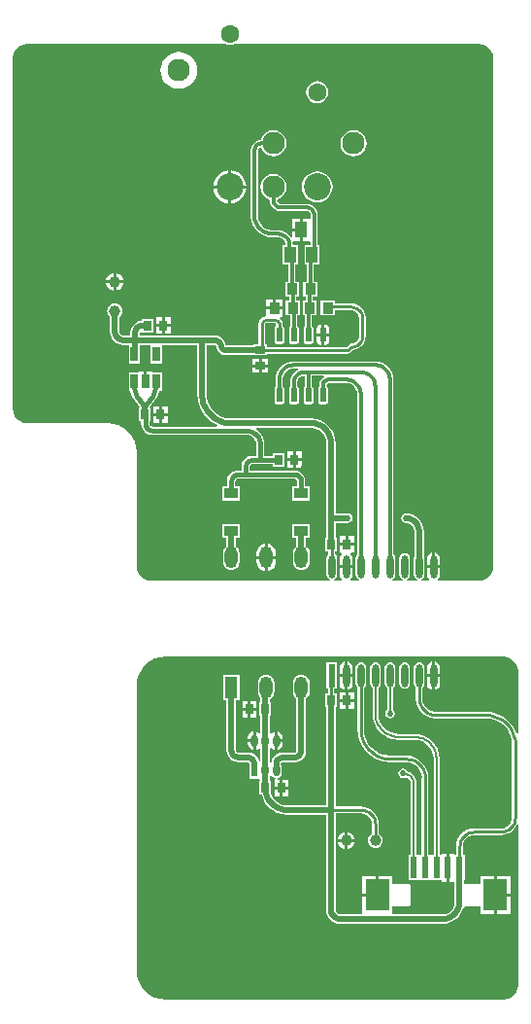
<source format=gtl>
G04*
G04 #@! TF.GenerationSoftware,Altium Limited,CircuitStudio,1.5.2 (30)*
G04*
G04 Layer_Physical_Order=1*
G04 Layer_Color=11767835*
%FSLAX25Y25*%
%MOIN*%
G70*
G01*
G75*
%ADD10C,0.01200*%
%ADD11C,0.01000*%
%ADD12C,0.02000*%
%ADD13C,0.01600*%
%ADD14C,0.00800*%
G04:AMPARAMS|DCode=15|XSize=21.65mil|YSize=49.21mil|CornerRadius=1.95mil|HoleSize=0mil|Usage=FLASHONLY|Rotation=180.000|XOffset=0mil|YOffset=0mil|HoleType=Round|Shape=RoundedRectangle|*
%AMROUNDEDRECTD15*
21,1,0.02165,0.04532,0,0,180.0*
21,1,0.01776,0.04921,0,0,180.0*
1,1,0.00390,-0.00888,0.02266*
1,1,0.00390,0.00888,0.02266*
1,1,0.00390,0.00888,-0.02266*
1,1,0.00390,-0.00888,-0.02266*
%
%ADD15ROUNDEDRECTD15*%
%ADD16R,0.03937X0.05512*%
%ADD17R,0.02362X0.07480*%
%ADD18R,0.08268X0.11024*%
%ADD19C,0.03937*%
%ADD20O,0.04488X0.07480*%
%ADD21R,0.04488X0.07480*%
%ADD22R,0.02362X0.07874*%
%ADD23O,0.02362X0.07874*%
%ADD24R,0.02362X0.04331*%
%ADD25O,0.02362X0.04331*%
%ADD26R,0.02756X0.05118*%
%ADD27R,0.03543X0.03937*%
%ADD28R,0.04803X0.03583*%
%ADD29R,0.03543X0.02756*%
%ADD30R,0.02756X0.03543*%
%ADD31C,0.06300*%
%ADD32C,0.09300*%
%ADD33C,0.07700*%
%ADD34C,0.02050*%
G36*
X208092Y617524D02*
X208521Y617346D01*
X209500Y617218D01*
X210479Y617346D01*
X210906Y617523D01*
X295000Y617500D01*
Y617500D01*
X295043Y617537D01*
X296305Y617371D01*
X297522Y616867D01*
X298566Y616066D01*
X299367Y615022D01*
X299871Y613805D01*
X300043Y612500D01*
X300000Y444500D01*
Y438500D01*
X300000D01*
X300038Y438457D01*
X299871Y437195D01*
X299367Y435978D01*
X298566Y434934D01*
X297522Y434132D01*
X296305Y433629D01*
X295000Y433457D01*
X281058Y433462D01*
X280907Y433962D01*
X281072Y434073D01*
X281555Y434795D01*
X281724Y435646D01*
Y437902D01*
X279500D01*
X277276D01*
Y435646D01*
X277445Y434795D01*
X277927Y434073D01*
X278092Y433963D01*
X277940Y433463D01*
X275227Y433464D01*
X275178Y433964D01*
X275195Y433968D01*
X275784Y434362D01*
X276178Y434951D01*
X276316Y435646D01*
Y441157D01*
X276178Y441852D01*
X276131Y441922D01*
Y450500D01*
X276128Y450518D01*
X276012Y451696D01*
X275663Y452846D01*
X275097Y453905D01*
X274334Y454834D01*
X273405Y455596D01*
X272346Y456163D01*
X271196Y456512D01*
X270272Y456603D01*
X270000Y456657D01*
X269366Y456531D01*
X268828Y456172D01*
X268469Y455634D01*
X268343Y455000D01*
X268469Y454366D01*
X268828Y453828D01*
X269366Y453469D01*
X270000Y453343D01*
X270095Y453362D01*
X270744Y453277D01*
X271437Y452989D01*
X272033Y452533D01*
X272490Y451937D01*
X272777Y451244D01*
X272872Y450518D01*
X272869Y450500D01*
Y441922D01*
X272822Y441852D01*
X272684Y441157D01*
Y435646D01*
X272822Y434951D01*
X273216Y434362D01*
X273805Y433968D01*
X273820Y433965D01*
X273770Y433465D01*
X270236Y433466D01*
X270187Y433966D01*
X270195Y433968D01*
X270784Y434362D01*
X271178Y434951D01*
X271316Y435646D01*
Y441157D01*
X271178Y441852D01*
X270784Y442442D01*
X270195Y442835D01*
X269500Y442974D01*
X268805Y442835D01*
X268216Y442442D01*
X267822Y441852D01*
X267684Y441157D01*
Y435646D01*
X267822Y434951D01*
X268216Y434362D01*
X268805Y433968D01*
X268810Y433967D01*
X268761Y433467D01*
X265246Y433468D01*
X265195Y433968D01*
X265784Y434362D01*
X266178Y434951D01*
X266316Y435646D01*
Y441157D01*
X266178Y441852D01*
X265784Y442442D01*
X265723Y442482D01*
Y502500D01*
X265730D01*
X265610Y503715D01*
X265256Y504884D01*
X264680Y505961D01*
X263905Y506905D01*
X262961Y507680D01*
X261884Y508256D01*
X260715Y508610D01*
X259500Y508730D01*
Y508723D01*
X231500D01*
Y508730D01*
X230285Y508610D01*
X229116Y508256D01*
X228039Y507680D01*
X227095Y506905D01*
X226320Y505961D01*
X225744Y504884D01*
X225390Y503715D01*
X225270Y502500D01*
X225276D01*
Y500163D01*
X225039Y500004D01*
X224864Y499741D01*
X224802Y499431D01*
Y494900D01*
X224864Y494590D01*
X225039Y494326D01*
X225302Y494151D01*
X225612Y494089D01*
X227388D01*
X227698Y494151D01*
X227961Y494326D01*
X228136Y494590D01*
X228198Y494900D01*
Y499431D01*
X228136Y499741D01*
X227961Y500004D01*
X227724Y500163D01*
Y502500D01*
X227720Y502518D01*
X227847Y503479D01*
X228224Y504391D01*
X228825Y505174D01*
X229609Y505776D01*
X230521Y506153D01*
X231482Y506280D01*
X231500Y506277D01*
X232943D01*
X233043Y505777D01*
X232630Y505606D01*
X231648Y504852D01*
X230894Y503870D01*
X230421Y502727D01*
X230259Y501500D01*
X230276D01*
Y500163D01*
X230039Y500004D01*
X229864Y499741D01*
X229802Y499431D01*
Y494900D01*
X229864Y494590D01*
X230039Y494326D01*
X230302Y494151D01*
X230612Y494089D01*
X232388D01*
X232698Y494151D01*
X232961Y494326D01*
X233137Y494590D01*
X233198Y494900D01*
Y499431D01*
X233137Y499741D01*
X232961Y500004D01*
X232723Y500163D01*
Y501500D01*
X232715Y501544D01*
X232880Y502378D01*
X233378Y503122D01*
X234122Y503619D01*
X234776Y503750D01*
X235277Y503444D01*
Y500163D01*
X235039Y500004D01*
X234863Y499741D01*
X234802Y499431D01*
Y494900D01*
X234863Y494590D01*
X235039Y494326D01*
X235302Y494151D01*
X235612Y494089D01*
X237388D01*
X237698Y494151D01*
X237961Y494326D01*
X238137Y494590D01*
X238198Y494900D01*
Y499431D01*
X238137Y499741D01*
X237961Y500004D01*
X237723Y500163D01*
Y503777D01*
X241665D01*
X241865Y503328D01*
X241862Y503276D01*
X241218Y502782D01*
X240705Y502114D01*
X240382Y501335D01*
X240272Y500500D01*
X240272D01*
X240125Y500061D01*
X240039Y500004D01*
X239863Y499741D01*
X239802Y499431D01*
Y494900D01*
X239863Y494590D01*
X240039Y494326D01*
X240302Y494151D01*
X240612Y494089D01*
X242388D01*
X242698Y494151D01*
X242961Y494326D01*
X243137Y494590D01*
X243198Y494900D01*
Y499431D01*
X243137Y499741D01*
X242961Y500004D01*
X242878Y500059D01*
X242735Y500500D01*
X242793Y500793D01*
X242959Y501041D01*
X243207Y501206D01*
X243500Y501265D01*
Y501276D01*
X249500D01*
X249518Y501280D01*
X250479Y501154D01*
X251391Y500776D01*
X252174Y500175D01*
X252776Y499391D01*
X253153Y498479D01*
X253280Y497518D01*
X253276Y497500D01*
Y442482D01*
X253216Y442442D01*
X252822Y441852D01*
X252684Y441157D01*
Y435646D01*
X252822Y434951D01*
X253216Y434362D01*
X253805Y433968D01*
X253732Y433473D01*
X251075Y433474D01*
X250924Y433974D01*
X251073Y434073D01*
X251555Y434795D01*
X251724Y435646D01*
Y437902D01*
X249500D01*
X247276D01*
Y435646D01*
X247445Y434795D01*
X247927Y434073D01*
X248075Y433975D01*
X247923Y433475D01*
X245285Y433476D01*
X245195Y433968D01*
X245784Y434362D01*
X246178Y434951D01*
X246316Y435646D01*
Y441157D01*
X246178Y441852D01*
X245784Y442442D01*
X245621Y442550D01*
Y443628D01*
X246222D01*
Y448372D01*
X245875D01*
Y453369D01*
X249872D01*
X250000Y453343D01*
X250634Y453469D01*
X251172Y453828D01*
X251531Y454366D01*
X251657Y455000D01*
X251531Y455634D01*
X251172Y456172D01*
X250634Y456531D01*
X250000Y456657D01*
X249872Y456631D01*
X245875D01*
Y480756D01*
X245884D01*
X245723Y482392D01*
X245246Y483964D01*
X244471Y485414D01*
X243429Y486685D01*
X242158Y487727D01*
X240709Y488502D01*
X239136Y488979D01*
X237500Y489140D01*
Y489131D01*
X210000D01*
X209927Y489117D01*
X208363Y489271D01*
X206789Y489748D01*
X205339Y490524D01*
X204067Y491567D01*
X203024Y492838D01*
X202248Y494289D01*
X201771Y495863D01*
X201617Y497427D01*
X201631Y497500D01*
Y514369D01*
X204500D01*
X204517Y514372D01*
X204768Y514268D01*
X204872Y514017D01*
X204869Y514000D01*
X204882Y513932D01*
X204980Y513191D01*
X205292Y512437D01*
X205789Y511789D01*
X206437Y511292D01*
X207191Y510980D01*
X207932Y510882D01*
X208000Y510869D01*
X217628D01*
Y510778D01*
X222372D01*
Y511378D01*
X250000D01*
X250000Y511378D01*
X250429Y511464D01*
X250793Y511707D01*
X251768Y512681D01*
X252520Y512781D01*
X253699Y513269D01*
X254711Y514045D01*
X255487Y515057D01*
X255975Y516235D01*
X256142Y517500D01*
X256121D01*
Y523500D01*
X256144D01*
X255969Y524831D01*
X255455Y526072D01*
X254637Y527137D01*
X253572Y527955D01*
X252331Y528469D01*
X251000Y528644D01*
Y528622D01*
X245521D01*
Y529568D01*
X240778D01*
Y524432D01*
X245521D01*
Y526378D01*
X251000D01*
Y526375D01*
X251744Y526277D01*
X252437Y525989D01*
X253033Y525533D01*
X253489Y524937D01*
X253777Y524244D01*
X253875Y523500D01*
X253878D01*
Y517500D01*
X253872D01*
X253783Y516823D01*
X253522Y516192D01*
X253106Y515650D01*
X252564Y515234D01*
X251933Y514973D01*
X251256Y514884D01*
Y514878D01*
X250827Y514792D01*
X250463Y514549D01*
X250463Y514549D01*
X249535Y513622D01*
X222372D01*
Y514734D01*
X221621D01*
Y521500D01*
X221621Y521501D01*
X221732Y521768D01*
X221999Y521879D01*
X222000Y521878D01*
X225000D01*
X225001Y521879D01*
X225268Y521768D01*
X225379Y521501D01*
X225378Y521500D01*
Y520864D01*
X225302Y520849D01*
X225039Y520674D01*
X224864Y520410D01*
X224802Y520100D01*
Y515569D01*
X224864Y515259D01*
X225039Y514996D01*
X225302Y514820D01*
X225612Y514758D01*
X227388D01*
X227698Y514820D01*
X227961Y514996D01*
X228136Y515259D01*
X228198Y515569D01*
Y520100D01*
X228136Y520410D01*
X227961Y520674D01*
X227698Y520849D01*
X227622Y520864D01*
Y521500D01*
X227622D01*
X227533Y522179D01*
X227271Y522811D01*
X226854Y523354D01*
X226624Y523531D01*
X226793Y524031D01*
X227622D01*
Y526500D01*
X224850D01*
X222079D01*
Y524590D01*
X222000Y524122D01*
X221321Y524033D01*
X220689Y523771D01*
X220146Y523354D01*
X219729Y522811D01*
X219467Y522179D01*
X219378Y521500D01*
X219378D01*
Y514734D01*
X217628D01*
Y514131D01*
X208114D01*
X208007Y514940D01*
X207645Y515815D01*
X207067Y516568D01*
X206315Y517145D01*
X205440Y517507D01*
X204504Y517630D01*
X204500Y517631D01*
X178631D01*
Y518450D01*
X178671Y518521D01*
X178784Y518585D01*
X179266Y518628D01*
Y518628D01*
X183222D01*
Y523372D01*
X179266D01*
Y522605D01*
X178430Y522495D01*
X177432Y522081D01*
X176576Y521424D01*
X175919Y520568D01*
X175505Y519570D01*
X175365Y518500D01*
X175369D01*
Y517631D01*
X173000D01*
X172980Y517627D01*
X172473Y517728D01*
X172027Y518027D01*
X171728Y518473D01*
X171627Y518980D01*
X171631Y519000D01*
Y524014D01*
X171832Y524168D01*
X172244Y524705D01*
X172502Y525329D01*
X172591Y526000D01*
X172502Y526671D01*
X172244Y527295D01*
X171832Y527832D01*
X171295Y528244D01*
X170670Y528502D01*
X170000Y528591D01*
X169330Y528502D01*
X168705Y528244D01*
X168168Y527832D01*
X167756Y527295D01*
X167498Y526671D01*
X167409Y526000D01*
X167498Y525329D01*
X167756Y524705D01*
X168168Y524168D01*
X168369Y524014D01*
Y519000D01*
X168360D01*
X168518Y517799D01*
X168982Y516680D01*
X169719Y515719D01*
X170680Y514982D01*
X171799Y514518D01*
X173000Y514360D01*
Y514369D01*
X174782D01*
Y508065D01*
X178738D01*
Y514369D01*
X182262D01*
Y508065D01*
X186218D01*
Y514369D01*
X198369D01*
Y497500D01*
X198364D01*
X198507Y495680D01*
X198934Y493904D01*
X199632Y492217D01*
X200586Y490661D01*
X201772Y489272D01*
X203161Y488086D01*
X204717Y487132D01*
X205212Y486927D01*
X205113Y486427D01*
X183000D01*
Y486429D01*
X182590Y486511D01*
X182243Y486743D01*
X182011Y487090D01*
X181929Y487500D01*
X181927D01*
Y488128D01*
X182222D01*
Y492872D01*
X182222D01*
X181983Y493230D01*
X182053Y493399D01*
X182215Y493610D01*
X182513Y493987D01*
X182513Y493987D01*
X183613Y495274D01*
X184497Y496717D01*
X185145Y498281D01*
X185226Y498617D01*
X186218D01*
Y504935D01*
X182878D01*
Y505335D01*
X181000D01*
Y501776D01*
X180000D01*
Y505335D01*
X178122D01*
Y504935D01*
X174782D01*
Y498617D01*
X175274D01*
X175355Y498281D01*
X176003Y496717D01*
X176887Y495274D01*
X177987Y493987D01*
X177987Y493987D01*
X178285Y493610D01*
X178447Y493399D01*
X178513Y493240D01*
X178266Y492872D01*
X178266D01*
Y488128D01*
X179073D01*
Y487500D01*
X179066D01*
X179200Y486482D01*
X179593Y485533D01*
X180219Y484719D01*
X181033Y484093D01*
X181982Y483700D01*
X183000Y483566D01*
Y483573D01*
X215000D01*
X215024Y483577D01*
X215927Y483459D01*
X216790Y483101D01*
X217532Y482532D01*
X218101Y481790D01*
X218459Y480927D01*
X218577Y480024D01*
X218573Y480000D01*
Y476427D01*
X217000D01*
Y476429D01*
X216112Y476312D01*
X215285Y475970D01*
X214575Y475425D01*
X214030Y474715D01*
X213687Y473888D01*
X213571Y473000D01*
X213573D01*
Y471427D01*
X212500D01*
Y471434D01*
X211482Y471300D01*
X210533Y470907D01*
X209718Y470282D01*
X209093Y469467D01*
X208700Y468518D01*
X208566Y467500D01*
X208573D01*
Y465828D01*
X206998D01*
Y461046D01*
X213002D01*
Y465828D01*
X211427D01*
Y467500D01*
X211429D01*
X211511Y467910D01*
X211743Y468257D01*
X212090Y468489D01*
X212500Y468571D01*
Y468573D01*
X231500D01*
Y468571D01*
X231910Y468489D01*
X232257Y468257D01*
X232489Y467910D01*
X232571Y467500D01*
X232573D01*
Y465828D01*
X230998D01*
Y461046D01*
X237002D01*
Y465828D01*
X235427D01*
Y467500D01*
X235434D01*
X235300Y468518D01*
X234907Y469467D01*
X234281Y470282D01*
X233467Y470907D01*
X232518Y471300D01*
X231500Y471434D01*
Y471427D01*
X216427D01*
Y473000D01*
X216420Y473037D01*
X216579Y473421D01*
X216963Y473580D01*
X217000Y473573D01*
X224266D01*
Y472628D01*
X228222D01*
Y477372D01*
X224266D01*
Y476427D01*
X221427D01*
Y480000D01*
X221431D01*
X221307Y481255D01*
X220941Y482461D01*
X220347Y483573D01*
X219547Y484547D01*
X218573Y485347D01*
X218505Y485384D01*
X218626Y485869D01*
X237500D01*
X237577Y485884D01*
X238830Y485719D01*
X240069Y485206D01*
X241133Y484389D01*
X241950Y483325D01*
X242463Y482086D01*
X242628Y480832D01*
X242613Y480756D01*
Y455000D01*
Y448372D01*
X242266D01*
Y443628D01*
X243378D01*
Y442550D01*
X243216Y442442D01*
X242822Y441852D01*
X242684Y441157D01*
Y435646D01*
X242822Y434951D01*
X243216Y434362D01*
X243805Y433968D01*
X243712Y433476D01*
X182500Y433500D01*
Y433500D01*
X182457Y433462D01*
X181195Y433629D01*
X179978Y434132D01*
X178934Y434934D01*
X178132Y435978D01*
X177629Y437195D01*
X177457Y438500D01*
X177500Y475000D01*
Y477500D01*
X177548D01*
X177355Y479460D01*
X176784Y481345D01*
X175855Y483083D01*
X174605Y484605D01*
X173083Y485855D01*
X171345Y486784D01*
X169460Y487355D01*
X167500Y487548D01*
X140000Y487500D01*
X140000Y487500D01*
Y487500D01*
X139957Y487463D01*
X138695Y487629D01*
X137478Y488132D01*
X136434Y488934D01*
X135633Y489978D01*
X135129Y491195D01*
X134957Y492500D01*
Y492500D01*
X135000Y612500D01*
X135000D01*
X135021Y612991D01*
X135129Y613805D01*
X135633Y615022D01*
X136434Y616066D01*
X137478Y616867D01*
X138695Y617371D01*
X140000Y617543D01*
X140000D01*
X208092Y617524D01*
D02*
G37*
G36*
X187500Y407500D02*
Y407500D01*
X303500Y407543D01*
X304805Y407371D01*
X306022Y406868D01*
X307066Y406066D01*
X307868Y405022D01*
X308371Y403805D01*
X308538Y402543D01*
X308500Y402500D01*
X308500D01*
X308508Y381235D01*
X308009Y381136D01*
X307421Y382555D01*
X306508Y384045D01*
X305373Y385373D01*
X304045Y386508D01*
X302555Y387421D01*
X300941Y388089D01*
X299242Y388497D01*
X297500Y388634D01*
Y388621D01*
X280000D01*
X279973Y388616D01*
X278864Y388762D01*
X277806Y389200D01*
X276898Y389897D01*
X276200Y390806D01*
X275762Y391864D01*
X275616Y392972D01*
X275622Y393000D01*
Y396851D01*
X275784Y396960D01*
X276178Y397549D01*
X276316Y398244D01*
Y403756D01*
X276178Y404451D01*
X275784Y405040D01*
X275195Y405434D01*
X274500Y405572D01*
X273805Y405434D01*
X273216Y405040D01*
X272822Y404451D01*
X272684Y403756D01*
Y398244D01*
X272822Y397549D01*
X273216Y396960D01*
X273378Y396851D01*
Y393000D01*
X273368D01*
X273496Y391706D01*
X273873Y390462D01*
X274486Y389316D01*
X275310Y388311D01*
X276315Y387486D01*
X277462Y386873D01*
X278706Y386495D01*
X280000Y386368D01*
Y386379D01*
X297500D01*
X297548Y386388D01*
X299235Y386222D01*
X300903Y385716D01*
X302441Y384894D01*
X303788Y383788D01*
X304894Y382441D01*
X305716Y380903D01*
X306222Y379235D01*
X306388Y377548D01*
X306379Y377500D01*
Y352500D01*
X306381Y352486D01*
X306251Y351495D01*
X305863Y350558D01*
X305246Y349754D01*
X304442Y349137D01*
X303505Y348749D01*
X302514Y348619D01*
X302500Y348622D01*
X293500D01*
Y348630D01*
X292280Y348510D01*
X291106Y348154D01*
X290024Y347576D01*
X289076Y346798D01*
X288298Y345850D01*
X287720Y344768D01*
X287364Y343595D01*
X287244Y342374D01*
X287252D01*
Y339466D01*
X286618D01*
Y339866D01*
X284937D01*
Y335126D01*
Y330386D01*
X286618D01*
X286743Y329937D01*
Y323374D01*
X286753Y323320D01*
X286615Y322271D01*
X286190Y321244D01*
X285513Y320361D01*
X284630Y319684D01*
X283603Y319259D01*
X282554Y319121D01*
X282500Y319131D01*
X265763D01*
X265358Y319362D01*
X265358Y319631D01*
Y322075D01*
X270854D01*
X271314Y322265D01*
X271504Y322724D01*
Y329024D01*
X271314Y329483D01*
X270854Y329673D01*
X265358D01*
Y332386D01*
X260724D01*
Y325874D01*
X260224D01*
Y325374D01*
X255091D01*
Y319631D01*
X255090Y319362D01*
X254686Y319131D01*
X254686Y319131D01*
X247500D01*
X247468Y319125D01*
X246873Y319243D01*
X246342Y319598D01*
X245987Y320129D01*
X245869Y320724D01*
X245875Y320756D01*
Y353878D01*
X254500D01*
X254514Y353881D01*
X255505Y353751D01*
X256442Y353363D01*
X257246Y352746D01*
X257863Y351942D01*
X258251Y351005D01*
X258381Y350014D01*
X258379Y350000D01*
Y346816D01*
X258205Y346744D01*
X257668Y346332D01*
X257256Y345795D01*
X256998Y345170D01*
X256909Y344500D01*
X256998Y343829D01*
X257256Y343205D01*
X257668Y342668D01*
X258205Y342256D01*
X258829Y341998D01*
X259500Y341909D01*
X260171Y341998D01*
X260795Y342256D01*
X261332Y342668D01*
X261744Y343205D01*
X262002Y343829D01*
X262091Y344500D01*
X262002Y345170D01*
X261744Y345795D01*
X261332Y346332D01*
X260795Y346744D01*
X260622Y346816D01*
Y350000D01*
X260630D01*
X260512Y351196D01*
X260163Y352346D01*
X259596Y353405D01*
X258834Y354334D01*
X257905Y355097D01*
X256846Y355663D01*
X255696Y356012D01*
X254500Y356130D01*
Y356121D01*
X245875D01*
Y390128D01*
X246222D01*
Y394872D01*
X245366D01*
Y396463D01*
X246281D01*
Y405537D01*
X242719D01*
Y396463D01*
X243123D01*
Y394872D01*
X242266D01*
Y390128D01*
X242613D01*
Y356631D01*
X229244D01*
X229212Y356625D01*
X228097Y356735D01*
X226994Y357069D01*
X225978Y357612D01*
X225087Y358343D01*
X224356Y359234D01*
X223813Y360250D01*
X223722Y360551D01*
Y364872D01*
X223372D01*
Y366620D01*
X223828Y366709D01*
X223888Y366693D01*
X224196Y366232D01*
X224785Y365838D01*
X225119Y365772D01*
X225070Y365272D01*
X224878D01*
Y363000D01*
X226756D01*
Y365272D01*
X225891D01*
X225842Y365772D01*
X226175Y365838D01*
X226764Y366232D01*
X227158Y366821D01*
X227296Y367516D01*
Y369484D01*
X227158Y370179D01*
X227112Y370249D01*
Y370980D01*
X227108Y371000D01*
X227217Y371263D01*
X227481Y371373D01*
X227500Y371369D01*
X232000D01*
X232002Y371369D01*
X232944Y371493D01*
X233823Y371857D01*
X234579Y372437D01*
X235158Y373192D01*
X235523Y374072D01*
X235647Y375013D01*
X235647Y375016D01*
Y393171D01*
X236044Y393476D01*
X236500Y394070D01*
X236787Y394761D01*
X236884Y395504D01*
Y398496D01*
X236787Y399238D01*
X236500Y399930D01*
X236044Y400525D01*
X235450Y400980D01*
X234758Y401267D01*
X234016Y401365D01*
X233273Y401267D01*
X232581Y400980D01*
X231987Y400525D01*
X231531Y399930D01*
X231245Y399238D01*
X231147Y398496D01*
Y395504D01*
X231245Y394761D01*
X231531Y394070D01*
X231987Y393476D01*
X232384Y393171D01*
Y375016D01*
X232388Y374997D01*
X232280Y374736D01*
X232019Y374628D01*
X232000Y374631D01*
X227500D01*
X227498Y374631D01*
X226555Y374507D01*
X225675Y374142D01*
X224918Y373562D01*
X224338Y372806D01*
X223973Y371925D01*
X223871Y371151D01*
X223372Y371183D01*
Y376082D01*
X223871Y376234D01*
X223908Y376180D01*
X224629Y375697D01*
X224980Y375628D01*
Y378736D01*
Y381845D01*
X224629Y381775D01*
X223908Y381293D01*
X223871Y381239D01*
X223372Y381390D01*
Y387128D01*
X223734D01*
Y391872D01*
X223372D01*
Y392990D01*
X223442Y393020D01*
X224036Y393476D01*
X224492Y394070D01*
X224779Y394761D01*
X224876Y395504D01*
Y398496D01*
X224779Y399238D01*
X224492Y399930D01*
X224036Y400525D01*
X223442Y400980D01*
X222750Y401267D01*
X222008Y401365D01*
X221265Y401267D01*
X220573Y400980D01*
X219979Y400525D01*
X219524Y399930D01*
X219237Y399238D01*
X219139Y398496D01*
Y395504D01*
X219237Y394761D01*
X219524Y394070D01*
X219979Y393476D01*
X220109Y393376D01*
Y391872D01*
X219778D01*
Y387128D01*
X220109D01*
Y381390D01*
X219609Y381239D01*
X219572Y381293D01*
X218851Y381775D01*
X218500Y381845D01*
Y378736D01*
Y375628D01*
X218851Y375697D01*
X219572Y376180D01*
X219609Y376234D01*
X220109Y376082D01*
Y372083D01*
X219609Y371715D01*
X219534Y371738D01*
X219507Y371940D01*
X219145Y372815D01*
X218567Y373568D01*
X217815Y374145D01*
X216940Y374507D01*
X216004Y374630D01*
X216000Y374631D01*
X212500D01*
Y374633D01*
X212168Y374699D01*
X211887Y374887D01*
X211699Y375168D01*
X211633Y375500D01*
X211631D01*
Y392660D01*
X212844D01*
Y401340D01*
X207156D01*
Y392660D01*
X208369D01*
Y375500D01*
X208365D01*
X208506Y374430D01*
X208919Y373432D01*
X209576Y372576D01*
X210432Y371919D01*
X211430Y371505D01*
X212500Y371365D01*
Y371369D01*
X215762D01*
X216032Y371308D01*
X216219Y370952D01*
Y365735D01*
X219609D01*
X219769Y365735D01*
X220108Y365370D01*
X220081Y364872D01*
X219766D01*
Y360128D01*
X220454D01*
X220796Y359001D01*
X221641Y357420D01*
X222778Y356034D01*
X224164Y354897D01*
X225745Y354052D01*
X227460Y353532D01*
X229244Y353356D01*
Y353369D01*
X242613D01*
Y320756D01*
X242602D01*
X242769Y319488D01*
X243258Y318307D01*
X244037Y317293D01*
X245051Y316514D01*
X246232Y316025D01*
X247500Y315858D01*
Y315869D01*
X282500D01*
Y315864D01*
X283965Y316008D01*
X285374Y316436D01*
X286672Y317129D01*
X287810Y318063D01*
X288744Y319202D01*
X289439Y320500D01*
X289796Y321679D01*
X290146Y322075D01*
X295642D01*
Y319362D01*
X300276D01*
Y325874D01*
Y332386D01*
X295642D01*
Y329673D01*
X290146D01*
X290005Y329767D01*
Y330786D01*
X290155D01*
Y339466D01*
X289496D01*
Y342374D01*
X289492Y342392D01*
X289626Y343412D01*
X290027Y344379D01*
X290664Y345210D01*
X291495Y345847D01*
X292462Y346248D01*
X293482Y346382D01*
X293500Y346378D01*
X302500D01*
Y346371D01*
X303696Y346488D01*
X304846Y346837D01*
X305905Y347404D01*
X306834Y348166D01*
X307596Y349095D01*
X308021Y349889D01*
X308521Y349764D01*
X308543Y295000D01*
X308371Y293695D01*
X307868Y292478D01*
X307066Y291434D01*
X306022Y290633D01*
X304805Y290129D01*
X303543Y289963D01*
X303500Y290000D01*
Y290000D01*
X187500Y289952D01*
X185540Y290145D01*
X183655Y290717D01*
X181917Y291645D01*
X180395Y292895D01*
X179145Y294417D01*
X178217Y296155D01*
X177645Y298040D01*
X177456Y299952D01*
X177500Y300000D01*
X177500D01*
X177452Y397500D01*
X177645Y399460D01*
X178217Y401345D01*
X179145Y403083D01*
X180395Y404605D01*
X181917Y405855D01*
X183655Y406783D01*
X185540Y407355D01*
X187452Y407544D01*
X187500Y407500D01*
D02*
G37*
%LPC*%
G36*
X279000Y400500D02*
X277276D01*
Y398244D01*
X277445Y397393D01*
X277927Y396672D01*
X278649Y396189D01*
X279000Y396120D01*
Y400500D01*
D02*
G37*
G36*
X269500Y405572D02*
X268805Y405434D01*
X268216Y405040D01*
X267822Y404451D01*
X267684Y403756D01*
Y398244D01*
X267822Y397549D01*
X268216Y396960D01*
X268805Y396566D01*
X269500Y396428D01*
X270195Y396566D01*
X270784Y396960D01*
X271178Y397549D01*
X271316Y398244D01*
Y403756D01*
X271178Y404451D01*
X270784Y405040D01*
X270195Y405434D01*
X269500Y405572D01*
D02*
G37*
G36*
X281724Y400500D02*
X280000D01*
Y396120D01*
X280351Y396189D01*
X281072Y396672D01*
X281555Y397393D01*
X281724Y398244D01*
Y400500D01*
D02*
G37*
G36*
X251724D02*
X250000D01*
Y396120D01*
X250351Y396189D01*
X251073Y396672D01*
X251555Y397393D01*
X251724Y398244D01*
Y400500D01*
D02*
G37*
G36*
X249256Y395272D02*
X247378D01*
Y393000D01*
X249256D01*
Y395272D01*
D02*
G37*
G36*
X218622Y392272D02*
X216744D01*
Y390000D01*
X218622D01*
Y392272D01*
D02*
G37*
G36*
X249000Y400500D02*
X247276D01*
Y398244D01*
X247445Y397393D01*
X247927Y396672D01*
X248649Y396189D01*
X249000Y396120D01*
Y400500D01*
D02*
G37*
G36*
X252134Y395272D02*
X250256D01*
Y393000D01*
X252134D01*
Y395272D01*
D02*
G37*
G36*
X249000Y405880D02*
X248649Y405810D01*
X247927Y405328D01*
X247445Y404607D01*
X247276Y403756D01*
Y401500D01*
X249000D01*
Y405880D01*
D02*
G37*
G36*
X237002Y452954D02*
X230998D01*
Y448172D01*
X232384D01*
Y445357D01*
X231987Y445052D01*
X231531Y444458D01*
X231245Y443766D01*
X231147Y443024D01*
Y440031D01*
X231245Y439289D01*
X231531Y438597D01*
X231987Y438003D01*
X232581Y437547D01*
X233273Y437261D01*
X234016Y437163D01*
X234758Y437261D01*
X235450Y437547D01*
X236044Y438003D01*
X236500Y438597D01*
X236787Y439289D01*
X236884Y440031D01*
Y443024D01*
X236787Y443766D01*
X236500Y444458D01*
X236044Y445052D01*
X235647Y445357D01*
Y448172D01*
X237002D01*
Y452954D01*
D02*
G37*
G36*
X213002D02*
X206998D01*
Y448172D01*
X208369D01*
Y445357D01*
X207972Y445052D01*
X207516Y444458D01*
X207229Y443766D01*
X207131Y443024D01*
Y440031D01*
X207229Y439289D01*
X207516Y438597D01*
X207972Y438003D01*
X208566Y437547D01*
X209258Y437261D01*
X210000Y437163D01*
X210742Y437261D01*
X211434Y437547D01*
X212028Y438003D01*
X212484Y438597D01*
X212771Y439289D01*
X212869Y440031D01*
Y443024D01*
X212771Y443766D01*
X212484Y444458D01*
X212028Y445052D01*
X211631Y445357D01*
Y448172D01*
X213002D01*
Y452954D01*
D02*
G37*
G36*
X252134Y445500D02*
X249756D01*
X247378D01*
Y443228D01*
X247773D01*
X247927Y442730D01*
X247445Y442008D01*
X247276Y441157D01*
Y438902D01*
X249500D01*
X251724D01*
Y441157D01*
X251555Y442008D01*
X251073Y442730D01*
X251227Y443228D01*
X252134D01*
Y445500D01*
D02*
G37*
G36*
X280000Y443282D02*
Y438902D01*
X281724D01*
Y441157D01*
X281555Y442008D01*
X281072Y442730D01*
X280351Y443212D01*
X280000Y443282D01*
D02*
G37*
G36*
X279000D02*
X278649Y443212D01*
X277927Y442730D01*
X277445Y442008D01*
X277276Y441157D01*
Y438902D01*
X279000D01*
Y443282D01*
D02*
G37*
G36*
X250000Y405880D02*
Y401500D01*
X251724D01*
Y403756D01*
X251555Y404607D01*
X251073Y405328D01*
X250351Y405810D01*
X250000Y405880D01*
D02*
G37*
G36*
X279000D02*
X278649Y405810D01*
X277927Y405328D01*
X277445Y404607D01*
X277276Y403756D01*
Y401500D01*
X279000D01*
Y405880D01*
D02*
G37*
G36*
X280000D02*
Y401500D01*
X281724D01*
Y403756D01*
X281555Y404607D01*
X281072Y405328D01*
X280351Y405810D01*
X280000Y405880D01*
D02*
G37*
G36*
X225280Y441027D02*
X222508D01*
Y436825D01*
X222855Y436871D01*
X223644Y437198D01*
X224322Y437718D01*
X224842Y438396D01*
X225168Y439185D01*
X225280Y440031D01*
Y441027D01*
D02*
G37*
G36*
X221508D02*
X218736D01*
Y440031D01*
X218847Y439185D01*
X219174Y438396D01*
X219694Y437718D01*
X220372Y437198D01*
X221161Y436871D01*
X221508Y436825D01*
Y441027D01*
D02*
G37*
G36*
X215744Y392272D02*
X213866D01*
Y390000D01*
X215744D01*
Y392272D01*
D02*
G37*
G36*
X249000Y347428D02*
X248725Y347392D01*
X248003Y347093D01*
X247383Y346617D01*
X246907Y345997D01*
X246608Y345275D01*
X246572Y345000D01*
X249000D01*
Y347428D01*
D02*
G37*
G36*
X252428Y344000D02*
X250000D01*
Y341572D01*
X250275Y341608D01*
X250997Y341907D01*
X251617Y342383D01*
X252093Y343003D01*
X252392Y343725D01*
X252428Y344000D01*
D02*
G37*
G36*
X250000Y347428D02*
Y345000D01*
X252428D01*
X252392Y345275D01*
X252093Y345997D01*
X251617Y346617D01*
X250997Y347093D01*
X250275Y347392D01*
X250000Y347428D01*
D02*
G37*
G36*
X229634Y362000D02*
X227756D01*
Y359728D01*
X229634D01*
Y362000D01*
D02*
G37*
G36*
X226756D02*
X224878D01*
Y359728D01*
X226756D01*
Y362000D01*
D02*
G37*
G36*
X259724Y332386D02*
X255091D01*
Y326374D01*
X259724D01*
Y332386D01*
D02*
G37*
G36*
X305909Y325374D02*
X301276D01*
Y319362D01*
X305909D01*
Y325374D01*
D02*
G37*
G36*
Y332386D02*
X301276D01*
Y326374D01*
X305909D01*
Y332386D01*
D02*
G37*
G36*
X249000Y344000D02*
X246572D01*
X246608Y343725D01*
X246907Y343003D01*
X247383Y342383D01*
X248003Y341907D01*
X248725Y341608D01*
X249000Y341572D01*
Y344000D01*
D02*
G37*
G36*
X259500Y405572D02*
X258805Y405434D01*
X258216Y405040D01*
X257822Y404451D01*
X257684Y403756D01*
Y398244D01*
X257822Y397549D01*
X258216Y396960D01*
X258480Y396783D01*
Y388000D01*
X258456D01*
X258630Y386236D01*
X259145Y384539D01*
X259981Y382976D01*
X261105Y381605D01*
X262476Y380481D01*
X264039Y379645D01*
X265736Y379130D01*
X267500Y378956D01*
Y378980D01*
X273000D01*
X273003Y378981D01*
X274264Y378857D01*
X275480Y378488D01*
X276601Y377889D01*
X277583Y377083D01*
X278389Y376101D01*
X278988Y374980D01*
X279357Y373764D01*
X279481Y372503D01*
X279480Y372500D01*
Y339820D01*
X279127Y339466D01*
X278844D01*
X278719Y339466D01*
X278532D01*
X278344D01*
X278219Y339466D01*
X277684D01*
Y365937D01*
X277700D01*
X277552Y367439D01*
X277114Y368884D01*
X276402Y370215D01*
X275445Y371382D01*
X274278Y372339D01*
X272947Y373051D01*
X271502Y373489D01*
X270000Y373637D01*
Y373622D01*
X264500D01*
X264452Y373612D01*
X262765Y373778D01*
X261097Y374284D01*
X259559Y375106D01*
X258212Y376212D01*
X257106Y377559D01*
X256284Y379097D01*
X255778Y380765D01*
X255612Y382452D01*
X255622Y382500D01*
Y396851D01*
X255784Y396960D01*
X256178Y397549D01*
X256316Y398244D01*
Y403756D01*
X256178Y404451D01*
X255784Y405040D01*
X255195Y405434D01*
X254500Y405572D01*
X253805Y405434D01*
X253216Y405040D01*
X252822Y404451D01*
X252684Y403756D01*
Y398244D01*
X252822Y397549D01*
X253216Y396960D01*
X253379Y396851D01*
Y382500D01*
X253366D01*
X253503Y380758D01*
X253911Y379059D01*
X254579Y377445D01*
X255492Y375955D01*
X256627Y374627D01*
X257955Y373492D01*
X259445Y372579D01*
X261059Y371911D01*
X262758Y371503D01*
X264500Y371366D01*
Y371378D01*
X270000D01*
X270055Y371389D01*
X271413Y371211D01*
X272730Y370665D01*
X273861Y369798D01*
X274728Y368667D01*
X275274Y367350D01*
X275452Y365992D01*
X275441Y365937D01*
Y339820D01*
X275088Y339466D01*
X274907D01*
X274782Y339466D01*
X274594D01*
X274407D01*
X274282Y339466D01*
X273646D01*
Y363874D01*
X273666D01*
X273507Y365082D01*
X273041Y366207D01*
X272299Y367173D01*
X271333Y367915D01*
X270426Y368290D01*
X270172Y368672D01*
X269634Y369031D01*
X269000Y369157D01*
X268366Y369031D01*
X267828Y368672D01*
X267469Y368134D01*
X267343Y367500D01*
X267469Y366866D01*
X267828Y366328D01*
X268366Y365969D01*
X269000Y365843D01*
X269634Y365969D01*
X270032Y366235D01*
X270299Y366124D01*
X270837Y365711D01*
X271250Y365173D01*
X271510Y364546D01*
X271598Y363874D01*
X271606D01*
Y339466D01*
X270845D01*
Y330786D01*
X274282D01*
X274407Y330786D01*
X274594D01*
X274782D01*
X274907Y330786D01*
X278219D01*
X278344Y330786D01*
X278532D01*
X278719D01*
X278844Y330786D01*
X282256D01*
Y330386D01*
X283937D01*
Y335126D01*
Y339866D01*
X282256D01*
Y339466D01*
X281520D01*
Y372500D01*
X281541D01*
X281377Y374166D01*
X280891Y375769D01*
X280102Y377245D01*
X279040Y378539D01*
X277745Y379602D01*
X276269Y380391D01*
X274666Y380877D01*
X273000Y381041D01*
Y381020D01*
X267500D01*
X267489Y381017D01*
X266138Y381151D01*
X264827Y381548D01*
X263620Y382193D01*
X262562Y383062D01*
X261693Y384120D01*
X261048Y385328D01*
X260651Y386638D01*
X260517Y387989D01*
X260520Y388000D01*
Y396783D01*
X260784Y396960D01*
X261178Y397549D01*
X261316Y398244D01*
Y403756D01*
X261178Y404451D01*
X260784Y405040D01*
X260195Y405434D01*
X259500Y405572D01*
D02*
G37*
G36*
X215744Y389000D02*
X213866D01*
Y386728D01*
X215744D01*
Y389000D01*
D02*
G37*
G36*
X264500Y405572D02*
X263805Y405434D01*
X263216Y405040D01*
X262822Y404451D01*
X262684Y403756D01*
Y398244D01*
X262822Y397549D01*
X263216Y396960D01*
X263480Y396783D01*
Y389273D01*
X263328Y389172D01*
X262969Y388634D01*
X262843Y388000D01*
X262969Y387366D01*
X263328Y386828D01*
X263866Y386469D01*
X264500Y386343D01*
X265134Y386469D01*
X265672Y386828D01*
X266031Y387366D01*
X266157Y388000D01*
X266031Y388634D01*
X265672Y389172D01*
X265520Y389273D01*
Y396783D01*
X265784Y396960D01*
X266178Y397549D01*
X266316Y398244D01*
Y403756D01*
X266178Y404451D01*
X265784Y405040D01*
X265195Y405434D01*
X264500Y405572D01*
D02*
G37*
G36*
X218622Y389000D02*
X216744D01*
Y386728D01*
X218622D01*
Y389000D01*
D02*
G37*
G36*
X252134Y392000D02*
X250256D01*
Y389728D01*
X252134D01*
Y392000D01*
D02*
G37*
G36*
X249256D02*
X247378D01*
Y389728D01*
X249256D01*
Y392000D01*
D02*
G37*
G36*
X217500Y378236D02*
X215776D01*
Y377752D01*
X215945Y376901D01*
X216427Y376180D01*
X217149Y375697D01*
X217500Y375628D01*
Y378236D01*
D02*
G37*
G36*
X229634Y365272D02*
X227756D01*
Y363000D01*
X229634D01*
Y365272D01*
D02*
G37*
G36*
X227704Y378236D02*
X225980D01*
Y375628D01*
X226331Y375697D01*
X227053Y376180D01*
X227535Y376901D01*
X227704Y377752D01*
Y378236D01*
D02*
G37*
G36*
X225980Y381845D02*
Y379236D01*
X227704D01*
Y379720D01*
X227535Y380572D01*
X227053Y381293D01*
X226331Y381775D01*
X225980Y381845D01*
D02*
G37*
G36*
X217500Y381845D02*
X217149Y381775D01*
X216427Y381293D01*
X215945Y380572D01*
X215776Y379720D01*
Y379236D01*
X217500D01*
Y381845D01*
D02*
G37*
G36*
X169500Y535500D02*
X167072D01*
X167108Y535225D01*
X167407Y534503D01*
X167883Y533883D01*
X168503Y533407D01*
X169225Y533108D01*
X169500Y533072D01*
Y535500D01*
D02*
G37*
G36*
X227622Y529969D02*
X225350D01*
Y527500D01*
X227622D01*
Y529969D01*
D02*
G37*
G36*
X172928Y535500D02*
X170500D01*
Y533072D01*
X170775Y533108D01*
X171497Y533407D01*
X172117Y533883D01*
X172593Y534503D01*
X172892Y535225D01*
X172928Y535500D01*
D02*
G37*
G36*
X170500Y538928D02*
Y536500D01*
X172928D01*
X172892Y536775D01*
X172593Y537497D01*
X172117Y538117D01*
X171497Y538593D01*
X170775Y538892D01*
X170500Y538928D01*
D02*
G37*
G36*
X169500D02*
X169225Y538892D01*
X168503Y538593D01*
X167883Y538117D01*
X167407Y537497D01*
X167108Y536775D01*
X167072Y536500D01*
X169500D01*
Y538928D01*
D02*
G37*
G36*
X242388Y521319D02*
X242000D01*
Y518335D01*
X243606D01*
Y520100D01*
X243513Y520567D01*
X243249Y520962D01*
X242854Y521226D01*
X242388Y521319D01*
D02*
G37*
G36*
X241000D02*
X240612D01*
X240146Y521226D01*
X239751Y520962D01*
X239487Y520567D01*
X239394Y520100D01*
Y518335D01*
X241000D01*
Y521319D01*
D02*
G37*
G36*
X186256Y523772D02*
X184378D01*
Y521500D01*
X186256D01*
Y523772D01*
D02*
G37*
G36*
X224350Y529969D02*
X222079D01*
Y527500D01*
X224350D01*
Y529969D01*
D02*
G37*
G36*
X189134Y523772D02*
X187256D01*
Y521500D01*
X189134D01*
Y523772D01*
D02*
G37*
G36*
X224500Y587988D02*
X223338Y587836D01*
X222256Y587387D01*
X221326Y586674D01*
X220613Y585744D01*
X220176Y584689D01*
X219534Y584605D01*
X218634Y584232D01*
X217861Y583639D01*
X217268Y582866D01*
X216895Y581966D01*
X216768Y581000D01*
X216776D01*
Y558500D01*
X216765D01*
X216904Y557089D01*
X217316Y555731D01*
X217985Y554481D01*
X218884Y553384D01*
X219981Y552485D01*
X221231Y551816D01*
X222588Y551404D01*
X224000Y551265D01*
Y551276D01*
X226000D01*
Y551274D01*
X226718Y551179D01*
X227387Y550902D01*
X227961Y550461D01*
X228402Y549887D01*
X228679Y549218D01*
X228721Y548901D01*
X228391Y548525D01*
X227691D01*
Y541813D01*
X229627D01*
Y536068D01*
X228479D01*
Y530932D01*
X229926D01*
Y529568D01*
X228778D01*
Y524432D01*
X230276D01*
Y520832D01*
X230039Y520674D01*
X229864Y520410D01*
X229802Y520100D01*
Y515569D01*
X229864Y515259D01*
X230039Y514996D01*
X230302Y514820D01*
X230612Y514758D01*
X232388D01*
X232698Y514820D01*
X232961Y514996D01*
X233137Y515259D01*
X233198Y515569D01*
Y520100D01*
X233137Y520410D01*
X232961Y520674D01*
X232723Y520832D01*
Y524432D01*
X233521D01*
Y529568D01*
X232373D01*
Y530932D01*
X233222D01*
Y536068D01*
X232074D01*
Y541813D01*
X232828D01*
Y548525D01*
X231242D01*
X231103Y549575D01*
X231450Y550042D01*
X231517Y550075D01*
X233500D01*
Y553331D01*
X231031D01*
Y551248D01*
X230577Y551131D01*
X230532Y551136D01*
X229709Y552209D01*
X228622Y553042D01*
X227358Y553566D01*
X226000Y553745D01*
Y553723D01*
X224000D01*
X223956Y553715D01*
X222760Y553872D01*
X221604Y554351D01*
X220612Y555112D01*
X219851Y556105D01*
X219372Y557260D01*
X219215Y558456D01*
X219223Y558500D01*
Y581000D01*
X219226D01*
X219322Y581488D01*
X219599Y581901D01*
X219760Y582009D01*
X220360Y581866D01*
X220613Y581256D01*
X221326Y580326D01*
X222256Y579613D01*
X223338Y579165D01*
X224500Y579012D01*
X225662Y579165D01*
X226744Y579613D01*
X227674Y580326D01*
X228387Y581256D01*
X228836Y582338D01*
X228988Y583500D01*
X228836Y584662D01*
X228387Y585744D01*
X227674Y586674D01*
X226744Y587387D01*
X225662Y587836D01*
X224500Y587988D01*
D02*
G37*
G36*
X210000Y574133D02*
Y569000D01*
X215133D01*
X215005Y569975D01*
X214435Y571349D01*
X213530Y572530D01*
X212349Y573435D01*
X210975Y574005D01*
X210000Y574133D01*
D02*
G37*
G36*
X252000Y587988D02*
X250838Y587836D01*
X249756Y587387D01*
X248826Y586674D01*
X248113Y585744D01*
X247664Y584662D01*
X247512Y583500D01*
X247664Y582338D01*
X248113Y581256D01*
X248826Y580326D01*
X249756Y579613D01*
X250838Y579165D01*
X252000Y579012D01*
X253162Y579165D01*
X254244Y579613D01*
X255174Y580326D01*
X255887Y581256D01*
X256335Y582338D01*
X256488Y583500D01*
X256335Y584662D01*
X255887Y585744D01*
X255174Y586674D01*
X254244Y587387D01*
X253162Y587836D01*
X252000Y587988D01*
D02*
G37*
G36*
X192000Y614827D02*
X190766Y614706D01*
X189579Y614346D01*
X188485Y613761D01*
X187526Y612974D01*
X186739Y612015D01*
X186154Y610921D01*
X185794Y609734D01*
X185673Y608500D01*
X185794Y607266D01*
X186154Y606079D01*
X186739Y604985D01*
X187526Y604026D01*
X188485Y603239D01*
X189579Y602654D01*
X190766Y602294D01*
X192000Y602173D01*
X193234Y602294D01*
X194421Y602654D01*
X195515Y603239D01*
X196474Y604026D01*
X197261Y604985D01*
X197846Y606079D01*
X198206Y607266D01*
X198327Y608500D01*
X198206Y609734D01*
X197846Y610921D01*
X197261Y612015D01*
X196474Y612974D01*
X195515Y613761D01*
X194421Y614346D01*
X193234Y614706D01*
X192000Y614827D01*
D02*
G37*
G36*
X239500Y604782D02*
X238521Y604654D01*
X237609Y604276D01*
X236825Y603675D01*
X236224Y602891D01*
X235846Y601979D01*
X235718Y601000D01*
X235846Y600021D01*
X236224Y599109D01*
X236825Y598325D01*
X237609Y597724D01*
X238521Y597346D01*
X239500Y597218D01*
X240479Y597346D01*
X241391Y597724D01*
X242175Y598325D01*
X242776Y599109D01*
X243154Y600021D01*
X243282Y601000D01*
X243154Y601979D01*
X242776Y602891D01*
X242175Y603675D01*
X241391Y604276D01*
X240479Y604654D01*
X239500Y604782D01*
D02*
G37*
G36*
X209000Y568000D02*
X203867D01*
X203995Y567025D01*
X204565Y565651D01*
X205470Y564470D01*
X206651Y563565D01*
X208025Y562995D01*
X209000Y562867D01*
Y568000D01*
D02*
G37*
G36*
X233500Y557587D02*
X231031D01*
Y554331D01*
X233500D01*
Y557587D01*
D02*
G37*
G36*
X215133Y568000D02*
X210000D01*
Y562867D01*
X210975Y562995D01*
X212349Y563565D01*
X213530Y564470D01*
X214435Y565651D01*
X215005Y567025D01*
X215133Y568000D01*
D02*
G37*
G36*
X209000Y574133D02*
X208025Y574005D01*
X206651Y573435D01*
X205470Y572530D01*
X204565Y571349D01*
X203995Y569975D01*
X203867Y569000D01*
X209000D01*
Y574133D01*
D02*
G37*
G36*
X239500Y573795D02*
X238129Y573615D01*
X236852Y573086D01*
X235756Y572244D01*
X234914Y571148D01*
X234385Y569871D01*
X234205Y568500D01*
X234385Y567130D01*
X234914Y565852D01*
X235756Y564756D01*
X236852Y563914D01*
X238129Y563385D01*
X239500Y563205D01*
X240870Y563385D01*
X242148Y563914D01*
X243244Y564756D01*
X244086Y565852D01*
X244615Y567130D01*
X244795Y568500D01*
X244615Y569871D01*
X244086Y571148D01*
X243244Y572244D01*
X242148Y573086D01*
X240870Y573615D01*
X239500Y573795D01*
D02*
G37*
G36*
X189134Y520500D02*
X187256D01*
Y518228D01*
X189134D01*
Y520500D01*
D02*
G37*
G36*
X231256Y477772D02*
X229378D01*
Y475500D01*
X231256D01*
Y477772D01*
D02*
G37*
G36*
X234134Y474500D02*
X232256D01*
Y472228D01*
X234134D01*
Y474500D01*
D02*
G37*
G36*
Y477772D02*
X232256D01*
Y475500D01*
X234134D01*
Y477772D01*
D02*
G37*
G36*
X188134Y490000D02*
X186256D01*
Y487728D01*
X188134D01*
Y490000D01*
D02*
G37*
G36*
X185256D02*
X183378D01*
Y487728D01*
X185256D01*
Y490000D01*
D02*
G37*
G36*
X222508Y446230D02*
Y442028D01*
X225280D01*
Y443024D01*
X225168Y443870D01*
X224842Y444660D01*
X224322Y445337D01*
X223644Y445857D01*
X222855Y446184D01*
X222508Y446230D01*
D02*
G37*
G36*
X221508Y446230D02*
X221161Y446184D01*
X220372Y445857D01*
X219694Y445337D01*
X219174Y444660D01*
X218847Y443870D01*
X218736Y443024D01*
Y442028D01*
X221508D01*
Y446230D01*
D02*
G37*
G36*
X249256Y448772D02*
X247378D01*
Y446500D01*
X249256D01*
Y448772D01*
D02*
G37*
G36*
X231256Y474500D02*
X229378D01*
Y472228D01*
X231256D01*
Y474500D01*
D02*
G37*
G36*
X252134Y448772D02*
X250256D01*
Y446500D01*
X252134D01*
Y448772D01*
D02*
G37*
G36*
X241000Y517335D02*
X239394D01*
Y515569D01*
X239487Y515103D01*
X239751Y514707D01*
X240146Y514443D01*
X240612Y514351D01*
X241000D01*
Y517335D01*
D02*
G37*
G36*
X222772Y509622D02*
X220500D01*
Y507744D01*
X222772D01*
Y509622D01*
D02*
G37*
G36*
X243606Y517335D02*
X242000D01*
Y514351D01*
X242388D01*
X242854Y514443D01*
X243249Y514707D01*
X243513Y515103D01*
X243606Y515569D01*
Y517335D01*
D02*
G37*
G36*
X186256Y520500D02*
X184378D01*
Y518228D01*
X186256D01*
Y520500D01*
D02*
G37*
G36*
X224500Y572988D02*
X223338Y572835D01*
X222256Y572387D01*
X221326Y571674D01*
X220613Y570744D01*
X220164Y569662D01*
X220012Y568500D01*
X220164Y567338D01*
X220613Y566256D01*
X221326Y565326D01*
X222256Y564613D01*
X222906Y564344D01*
X223268Y564012D01*
X223395Y563043D01*
X223769Y562140D01*
X224364Y561365D01*
X225140Y560770D01*
X226043Y560395D01*
X227012Y560268D01*
Y560277D01*
X236000D01*
Y560275D01*
X236488Y560178D01*
X236901Y559901D01*
X237177Y559488D01*
X237275Y559000D01*
X237277D01*
Y557959D01*
X236968Y557587D01*
X236776Y557587D01*
X234500D01*
Y553831D01*
Y550075D01*
X236776D01*
X236968Y550075D01*
X237276Y549703D01*
X237277Y549702D01*
Y548525D01*
X235172D01*
Y541813D01*
X235926D01*
Y536068D01*
X234778D01*
Y530932D01*
X235627D01*
Y529568D01*
X234479D01*
Y524432D01*
X235277D01*
Y520832D01*
X235039Y520674D01*
X234863Y520410D01*
X234802Y520100D01*
Y515569D01*
X234863Y515259D01*
X235039Y514996D01*
X235302Y514820D01*
X235612Y514758D01*
X237388D01*
X237698Y514820D01*
X237961Y514996D01*
X238137Y515259D01*
X238198Y515569D01*
Y520100D01*
X238137Y520410D01*
X237961Y520674D01*
X237723Y520832D01*
Y524432D01*
X239222D01*
Y529568D01*
X238074D01*
Y530932D01*
X239521D01*
Y536068D01*
X238373D01*
Y541813D01*
X240309D01*
Y548525D01*
X239723D01*
Y559000D01*
X239732D01*
X239605Y559966D01*
X239232Y560866D01*
X238639Y561639D01*
X237866Y562232D01*
X236966Y562605D01*
X236000Y562732D01*
Y562723D01*
X227012D01*
Y562725D01*
X226519Y562823D01*
X226102Y563102D01*
X225823Y563519D01*
X225725Y564012D01*
X226089Y564341D01*
X226744Y564613D01*
X227674Y565326D01*
X228387Y566256D01*
X228836Y567338D01*
X228988Y568500D01*
X228836Y569662D01*
X228387Y570744D01*
X227674Y571674D01*
X226744Y572387D01*
X225662Y572835D01*
X224500Y572988D01*
D02*
G37*
G36*
X188134Y493272D02*
X186256D01*
Y491000D01*
X188134D01*
Y493272D01*
D02*
G37*
G36*
X185256D02*
X183378D01*
Y491000D01*
X185256D01*
Y493272D01*
D02*
G37*
G36*
X219500Y506744D02*
X217228D01*
Y504866D01*
X219500D01*
Y506744D01*
D02*
G37*
G36*
Y509622D02*
X217228D01*
Y507744D01*
X219500D01*
Y509622D01*
D02*
G37*
G36*
X222772Y506744D02*
X220500D01*
Y504866D01*
X222772D01*
Y506744D01*
D02*
G37*
%LPD*%
D10*
X237740Y545169D02*
X237150Y544579D01*
X237740Y545169D02*
X238500Y545929D01*
X237150Y533500D02*
X236850Y533201D01*
X238500Y559000D02*
X238310Y559957D01*
X237768Y560768D01*
X236957Y561310D01*
X236000Y561500D01*
X224500Y564012D02*
X224691Y563051D01*
X225236Y562236D01*
X226050Y561691D01*
X227012Y561500D01*
X230000Y545429D02*
X230260Y545169D01*
X218000Y558500D02*
X218091Y557458D01*
X218362Y556448D01*
X218804Y555500D01*
X219404Y554643D01*
X220143Y553904D01*
X221000Y553304D01*
X221948Y552862D01*
X222958Y552591D01*
X224000Y552500D01*
X230000Y548500D02*
X229864Y549535D01*
X229464Y550500D01*
X228828Y551328D01*
X228000Y551964D01*
X227035Y552364D01*
X226000Y552500D01*
X231150Y533201D02*
X230850Y533500D01*
X254500Y497500D02*
X254404Y498476D01*
X254119Y499413D01*
X253657Y500278D01*
X253035Y501035D01*
X252278Y501657D01*
X251413Y502119D01*
X250476Y502404D01*
X249500Y502500D01*
X243500D02*
X242500Y502232D01*
X241768Y501500D01*
X241500Y500500D01*
X259500Y500000D02*
X259404Y500976D01*
X259119Y501913D01*
X258657Y502778D01*
X258035Y503536D01*
X257278Y504157D01*
X256413Y504619D01*
X255475Y504904D01*
X254500Y505000D01*
X264500Y502500D02*
X264404Y503476D01*
X264119Y504413D01*
X263657Y505278D01*
X263035Y506036D01*
X262278Y506657D01*
X261413Y507119D01*
X260475Y507404D01*
X259500Y507500D01*
X235000Y505000D02*
X233918Y504829D01*
X232943Y504332D01*
X232168Y503557D01*
X231671Y502582D01*
X231500Y501500D01*
Y507500D02*
X230524Y507404D01*
X229587Y507119D01*
X228722Y506657D01*
X227964Y506036D01*
X227343Y505278D01*
X226881Y504413D01*
X226596Y503476D01*
X226500Y502500D01*
X231500Y526650D02*
X231150Y527000D01*
X236850D02*
X236500Y526650D01*
X220500Y583500D02*
X219543Y583310D01*
X218732Y582768D01*
X218190Y581957D01*
X218000Y581000D01*
X238500Y545929D02*
Y559000D01*
X236850Y527000D02*
Y533201D01*
X237150Y533500D02*
Y544579D01*
X227012Y561500D02*
X236000D01*
X224500Y564012D02*
Y568500D01*
X230850Y533500D02*
Y544579D01*
X230260Y545169D02*
X230850Y544579D01*
X230000Y545429D02*
Y548500D01*
X224000Y552500D02*
X226000D01*
X231150Y527000D02*
Y533201D01*
X254500Y438402D02*
Y497500D01*
X243500Y502500D02*
X249500D01*
X236500Y505000D02*
X254500D01*
X259500Y438402D02*
Y500000D01*
X264500Y438402D02*
Y502500D01*
X231500Y507500D02*
X259500D01*
X241500Y496772D02*
Y500500D01*
X235000Y505000D02*
X236500D01*
Y496772D02*
Y505000D01*
X231500Y496772D02*
Y501500D01*
X226500Y496772D02*
Y502500D01*
X231500Y518228D02*
Y526650D01*
X236500Y518228D02*
Y526650D01*
X218000Y558500D02*
Y581000D01*
X220500Y583500D02*
X224500D01*
D11*
X307500Y377500D02*
X307452Y378480D01*
X307308Y379451D01*
X307069Y380403D01*
X306739Y381327D01*
X306319Y382214D01*
X305815Y383056D01*
X305230Y383844D01*
X304571Y384571D01*
X303844Y385230D01*
X303056Y385815D01*
X302214Y386319D01*
X301327Y386739D01*
X300403Y387069D01*
X299451Y387308D01*
X298480Y387452D01*
X297500Y387500D01*
X244500Y445382D02*
X244244Y446000D01*
X244500Y401000D02*
X244244Y400744D01*
X274500Y393000D02*
X274584Y392045D01*
X274832Y391119D01*
X275237Y390250D01*
X275787Y389465D01*
X276465Y388787D01*
X277250Y388237D01*
X278119Y387832D01*
X279045Y387584D01*
X280000Y387500D01*
X254500Y382500D02*
X254548Y381520D01*
X254692Y380549D01*
X254931Y379597D01*
X255261Y378673D01*
X255681Y377786D01*
X256185Y376944D01*
X256770Y376156D01*
X257429Y375429D01*
X258156Y374770D01*
X258944Y374185D01*
X259786Y373681D01*
X260673Y373261D01*
X261597Y372931D01*
X262549Y372692D01*
X263520Y372548D01*
X264500Y372500D01*
X251256Y513756D02*
X252225Y513883D01*
X253128Y514257D01*
X253903Y514853D01*
X254498Y515628D01*
X254872Y516531D01*
X255000Y517500D01*
Y523500D02*
X254864Y524535D01*
X254464Y525500D01*
X253828Y526328D01*
X253000Y526964D01*
X252035Y527364D01*
X251000Y527500D01*
X243650D02*
X243150Y527000D01*
X220000Y512756D02*
X220500Y513256D01*
X222000Y523000D02*
X220939Y522561D01*
X220500Y521500D01*
X226500D02*
X226061Y522561D01*
X225000Y523000D01*
X259500Y350000D02*
X259404Y350975D01*
X259119Y351913D01*
X258657Y352778D01*
X258035Y353536D01*
X257278Y354157D01*
X256413Y354619D01*
X255475Y354904D01*
X254500Y355000D01*
X293500Y347500D02*
X292500Y347401D01*
X291538Y347110D01*
X290652Y346636D01*
X289875Y345999D01*
X289238Y345222D01*
X288764Y344336D01*
X288473Y343374D01*
X288374Y342374D01*
X302500Y347500D02*
X303475Y347596D01*
X304413Y347881D01*
X305278Y348343D01*
X306035Y348965D01*
X306657Y349722D01*
X307119Y350587D01*
X307404Y351524D01*
X307500Y352500D01*
X276563Y365937D02*
X276482Y366964D01*
X276242Y367965D01*
X275848Y368917D01*
X275310Y369795D01*
X274641Y370578D01*
X273858Y371247D01*
X272979Y371785D01*
X272028Y372179D01*
X271027Y372419D01*
X270000Y372500D01*
X280000Y387500D02*
X297500D01*
X244500Y438402D02*
Y445382D01*
X226500Y518228D02*
Y521500D01*
X244244Y392500D02*
Y400744D01*
X274500Y393000D02*
Y401000D01*
X254500Y382500D02*
Y401000D01*
X255000Y517500D02*
Y523500D01*
X243650Y527500D02*
X251000D01*
X250000Y512500D02*
X251256Y513756D01*
X220500Y513256D02*
Y521500D01*
X220000Y512500D02*
X250000D01*
X222000Y523000D02*
X225000D01*
X244244Y355000D02*
X254500D01*
X259500Y344500D02*
Y350000D01*
X288374Y335126D02*
Y342374D01*
X293500Y347500D02*
X302500D01*
X307500Y352500D02*
Y377500D01*
X276563Y335126D02*
Y365937D01*
X264500Y372500D02*
X270000D01*
D12*
X274500Y450500D02*
X274387Y451501D01*
X274054Y452453D01*
X273518Y453306D01*
X272806Y454018D01*
X271953Y454554D01*
X271001Y454887D01*
X270000Y455000D01*
X244244Y480756D02*
X244175Y481716D01*
X243971Y482656D01*
X243635Y483558D01*
X243174Y484402D01*
X242597Y485172D01*
X241916Y485853D01*
X241146Y486429D01*
X240302Y486891D01*
X239400Y487227D01*
X238460Y487431D01*
X237500Y487500D01*
X200000Y497500D02*
X200048Y496520D01*
X200192Y495549D01*
X200431Y494597D01*
X200761Y493673D01*
X201181Y492786D01*
X201685Y491944D01*
X202270Y491156D01*
X202929Y490429D01*
X203656Y489770D01*
X204444Y489185D01*
X205286Y488681D01*
X206173Y488261D01*
X207097Y487931D01*
X208049Y487692D01*
X209020Y487548D01*
X210000Y487500D01*
X170000Y519000D02*
X170147Y518073D01*
X170573Y517237D01*
X171237Y516573D01*
X172073Y516147D01*
X173000Y516000D01*
X179500Y521000D02*
X178543Y520810D01*
X177732Y520268D01*
X177190Y519457D01*
X177000Y518500D01*
X176760Y511224D02*
X177000Y511465D01*
X218000Y371000D02*
X217732Y372000D01*
X217000Y372732D01*
X216000Y373000D01*
X210000Y375500D02*
X210190Y374543D01*
X210732Y373732D01*
X211543Y373190D01*
X212500Y373000D01*
X227500D02*
X226490Y372729D01*
X225751Y371990D01*
X225480Y370980D01*
X232000Y373000D02*
X233008Y373270D01*
X233746Y374008D01*
X234016Y375016D01*
X222008Y397000D02*
X221740Y396732D01*
X221744Y362500D02*
X221808Y361521D01*
X222000Y360559D01*
X222315Y359630D01*
X222749Y358750D01*
X223294Y357934D01*
X223941Y357197D01*
X224678Y356550D01*
X225494Y356005D01*
X226374Y355571D01*
X227303Y355256D01*
X228265Y355064D01*
X229244Y355000D01*
X206500Y514000D02*
X206232Y515000D01*
X205500Y515732D01*
X204500Y516000D01*
X206500Y514000D02*
X206939Y512939D01*
X208000Y512500D01*
X219744D02*
X220000Y512756D01*
X282500Y317500D02*
X283520Y317589D01*
X284509Y317854D01*
X285437Y318287D01*
X286276Y318874D01*
X287000Y319598D01*
X287587Y320437D01*
X288020Y321365D01*
X288285Y322354D01*
X288374Y323374D01*
X244244Y320756D02*
X244404Y319750D01*
X244866Y318842D01*
X245586Y318122D01*
X246494Y317659D01*
X247500Y317500D01*
X244244Y455000D02*
Y480756D01*
Y446000D02*
Y455000D01*
X274500Y438402D02*
Y450500D01*
X244244Y455000D02*
X250000D01*
X177000Y516000D02*
X200000D01*
X210000Y487500D02*
X237500D01*
X200000Y497500D02*
Y516000D01*
X177000D02*
Y518500D01*
X173000Y516000D02*
X177000D01*
Y511465D02*
Y516000D01*
X170000Y519000D02*
Y526000D01*
X179500Y521000D02*
X181244D01*
X210000Y441528D02*
Y450563D01*
X234016Y441528D02*
Y450563D01*
X218000Y368500D02*
Y371000D01*
X212500Y373000D02*
X216000D01*
X210000Y375500D02*
Y397000D01*
X225480Y368500D02*
Y370980D01*
X227500Y373000D02*
X232000D01*
X234016Y375016D02*
Y397000D01*
X221740Y362500D02*
Y368500D01*
Y378736D02*
Y396732D01*
Y368500D02*
Y378736D01*
X200000Y516000D02*
X204500D01*
X208000Y512500D02*
X219744D01*
X288374Y323374D02*
Y335126D01*
X244244Y355000D02*
Y392500D01*
X247500Y317500D02*
X282500D01*
X229244Y355000D02*
X244244D01*
Y320756D02*
Y355000D01*
D13*
X176260Y501615D02*
X176319Y500568D01*
X176494Y499534D01*
X176785Y498525D01*
X177186Y497556D01*
X177694Y496638D01*
X178301Y495782D01*
X179000Y495000D01*
X180256Y491968D02*
X180110Y493078D01*
X179681Y494112D01*
X179000Y495000D01*
X181500D02*
X180819Y494112D01*
X180390Y493078D01*
X180244Y491968D01*
X180500Y490244D02*
X180244Y490500D01*
X181500Y495000D02*
X182199Y495782D01*
X182806Y496638D01*
X183314Y497556D01*
X183715Y498525D01*
X184006Y499534D01*
X184181Y500568D01*
X184240Y501615D01*
X180500Y487500D02*
X180690Y486543D01*
X181232Y485732D01*
X182043Y485190D01*
X183000Y485000D01*
X220000Y480000D02*
X219904Y480975D01*
X219619Y481913D01*
X219157Y482778D01*
X218535Y483535D01*
X217778Y484157D01*
X216913Y484619D01*
X215975Y484904D01*
X215000Y485000D01*
X217000Y475000D02*
X216000Y474732D01*
X215268Y474000D01*
X215000Y473000D01*
X234000Y467500D02*
X233810Y468457D01*
X233268Y469268D01*
X232457Y469810D01*
X231500Y470000D01*
X212500D02*
X211543Y469810D01*
X210732Y469268D01*
X210190Y468457D01*
X210000Y467500D01*
X180500Y487500D02*
Y490244D01*
X180244Y490500D02*
Y491968D01*
X184240Y501615D02*
Y501776D01*
X183000Y485000D02*
X215000D01*
X220000Y475000D02*
X226244D01*
X217000D02*
X220000D01*
Y480000D01*
X212500Y470000D02*
X231500D01*
X215000D02*
Y473000D01*
X234000Y463437D02*
Y467500D01*
X210000Y463437D02*
Y467500D01*
D14*
X259500Y388000D02*
X259558Y387036D01*
X259733Y386086D01*
X260020Y385163D01*
X260416Y384282D01*
X260916Y383455D01*
X261512Y382695D01*
X262195Y382012D01*
X262955Y381416D01*
X263782Y380916D01*
X264663Y380520D01*
X265585Y380233D01*
X266536Y380058D01*
X267500Y380000D01*
X280500Y372500D02*
X280436Y373479D01*
X280244Y374441D01*
X279929Y375370D01*
X279495Y376250D01*
X278950Y377066D01*
X278303Y377803D01*
X277566Y378450D01*
X276750Y378995D01*
X275870Y379429D01*
X274941Y379744D01*
X273979Y379936D01*
X273000Y380000D01*
X272626Y363874D02*
X272502Y364812D01*
X272140Y365687D01*
X271564Y366438D01*
X270813Y367014D01*
X269938Y367376D01*
X269000Y367500D01*
X259500Y388000D02*
Y401000D01*
X264500Y388000D02*
Y401000D01*
X280500Y335126D02*
X280500D01*
X267500Y380000D02*
X273000D01*
X280500Y335126D02*
Y372500D01*
X272626Y335126D02*
Y363874D01*
D15*
X241500Y517835D02*
D03*
X236500D02*
D03*
X231500D02*
D03*
X226500D02*
D03*
X241500Y497165D02*
D03*
X236500D02*
D03*
X231500D02*
D03*
X226500D02*
D03*
D16*
X230260Y545169D02*
D03*
X237740D02*
D03*
X234000Y553831D02*
D03*
D17*
X288374Y335126D02*
D03*
X284437D02*
D03*
X280500D02*
D03*
X276563D02*
D03*
X272626D02*
D03*
D18*
X300776Y325874D02*
D03*
X260224D02*
D03*
D19*
X259500Y344500D02*
D03*
X249500D02*
D03*
X170000Y536000D02*
D03*
Y526000D02*
D03*
D20*
X234016Y441528D02*
D03*
X222008D02*
D03*
X210000D02*
D03*
X234016Y397000D02*
D03*
X222008D02*
D03*
D21*
X210000D02*
D03*
D22*
X244500Y401000D02*
D03*
D23*
X249500D02*
D03*
X254500D02*
D03*
X259500D02*
D03*
X264500D02*
D03*
X269500D02*
D03*
X274500D02*
D03*
X279500D02*
D03*
X244500Y438402D02*
D03*
X249500D02*
D03*
X254500D02*
D03*
X259500D02*
D03*
X264500D02*
D03*
X269500D02*
D03*
X274500D02*
D03*
X279500D02*
D03*
D24*
X218000Y368500D02*
D03*
D25*
X221740D02*
D03*
X225480D02*
D03*
X218000Y378736D02*
D03*
X221740D02*
D03*
X225480D02*
D03*
D26*
X176760Y501776D02*
D03*
X180500D02*
D03*
X184240D02*
D03*
Y511224D02*
D03*
X176760D02*
D03*
D27*
X224850Y527000D02*
D03*
X231150D02*
D03*
X237150Y533500D02*
D03*
X230850D02*
D03*
X236850Y527000D02*
D03*
X243150D02*
D03*
D28*
X234000Y450563D02*
D03*
Y463437D02*
D03*
X210000Y450563D02*
D03*
Y463437D02*
D03*
D29*
X220000Y507244D02*
D03*
Y512756D02*
D03*
D30*
X249756Y446000D02*
D03*
X244244D02*
D03*
X249756Y392500D02*
D03*
X244244D02*
D03*
X216244Y389500D02*
D03*
X221756D02*
D03*
X185756Y490500D02*
D03*
X180244D02*
D03*
X186756Y521000D02*
D03*
X181244D02*
D03*
X231756Y475000D02*
D03*
X226244D02*
D03*
X227256Y362500D02*
D03*
X221744D02*
D03*
D31*
X209500Y621000D02*
D03*
X239500Y601000D02*
D03*
D32*
Y568500D02*
D03*
X209500D02*
D03*
D33*
X192000Y608500D02*
D03*
X252000Y583500D02*
D03*
X224500D02*
D03*
Y568500D02*
D03*
D34*
X234000Y559000D02*
D03*
X227500D02*
D03*
X242500Y555000D02*
D03*
X227500D02*
D03*
X212500D02*
D03*
X197500Y600000D02*
D03*
X137500Y495000D02*
D03*
X152500D02*
D03*
X167500D02*
D03*
X197500D02*
D03*
X212500D02*
D03*
X190000Y487500D02*
D03*
Y472500D02*
D03*
X205000D02*
D03*
X212500Y480000D02*
D03*
X197500Y465000D02*
D03*
Y480000D02*
D03*
Y450000D02*
D03*
X205000Y457500D02*
D03*
Y442500D02*
D03*
X182500Y450000D02*
D03*
Y480000D02*
D03*
Y465000D02*
D03*
X175000Y487500D02*
D03*
X190000Y442500D02*
D03*
Y457500D02*
D03*
X250000Y487500D02*
D03*
X235000Y472500D02*
D03*
X250000D02*
D03*
X220000Y457500D02*
D03*
X227500Y450000D02*
D03*
Y480000D02*
D03*
Y465000D02*
D03*
X220000Y472500D02*
D03*
X287500Y465000D02*
D03*
Y450000D02*
D03*
X272500Y495000D02*
D03*
Y480000D02*
D03*
X280000Y472500D02*
D03*
Y487500D02*
D03*
Y457500D02*
D03*
X272500Y465000D02*
D03*
X295000Y442500D02*
D03*
Y457500D02*
D03*
Y487500D02*
D03*
Y472500D02*
D03*
X287500Y480000D02*
D03*
Y495000D02*
D03*
Y615000D02*
D03*
X295000Y607500D02*
D03*
Y592500D02*
D03*
X287500Y600000D02*
D03*
Y585000D02*
D03*
Y555000D02*
D03*
Y570000D02*
D03*
X295000Y562500D02*
D03*
Y577500D02*
D03*
X287500Y525000D02*
D03*
Y540000D02*
D03*
X295000Y532500D02*
D03*
Y547500D02*
D03*
X287500Y510000D02*
D03*
X295000Y502500D02*
D03*
Y517500D02*
D03*
X257500Y615000D02*
D03*
X265000Y607500D02*
D03*
Y592500D02*
D03*
X280000Y607500D02*
D03*
Y592500D02*
D03*
X272500Y600000D02*
D03*
Y585000D02*
D03*
X257500Y600000D02*
D03*
Y555000D02*
D03*
Y570000D02*
D03*
X272500Y555000D02*
D03*
Y570000D02*
D03*
X280000Y562500D02*
D03*
Y577500D02*
D03*
X265000Y562500D02*
D03*
Y577500D02*
D03*
X257500Y525000D02*
D03*
Y540000D02*
D03*
X272500Y525000D02*
D03*
Y540000D02*
D03*
X280000Y532500D02*
D03*
Y547500D02*
D03*
X265000Y532500D02*
D03*
Y547500D02*
D03*
X257500Y510000D02*
D03*
X272500D02*
D03*
X280000Y502500D02*
D03*
Y517500D02*
D03*
X265000D02*
D03*
X272500Y615000D02*
D03*
X227500D02*
D03*
X235000Y607500D02*
D03*
X250000D02*
D03*
Y592500D02*
D03*
X235000D02*
D03*
X242500Y585000D02*
D03*
X227500Y600000D02*
D03*
X250000Y562500D02*
D03*
X235000Y577500D02*
D03*
X227500Y540000D02*
D03*
X242500D02*
D03*
X250000Y532500D02*
D03*
Y547500D02*
D03*
X227500Y510000D02*
D03*
X242500D02*
D03*
X250000Y517500D02*
D03*
X242500Y615000D02*
D03*
X197500D02*
D03*
X205000Y607500D02*
D03*
Y592500D02*
D03*
X220000Y607500D02*
D03*
Y592500D02*
D03*
X212500Y600000D02*
D03*
Y585000D02*
D03*
X197500D02*
D03*
Y555000D02*
D03*
Y570000D02*
D03*
X205000Y577500D02*
D03*
X197500Y525000D02*
D03*
Y540000D02*
D03*
X212500D02*
D03*
X220000Y532500D02*
D03*
Y547500D02*
D03*
X205000Y532500D02*
D03*
Y547500D02*
D03*
X220000Y502500D02*
D03*
X205000D02*
D03*
X182500Y615000D02*
D03*
X190000Y502500D02*
D03*
X167500Y510000D02*
D03*
X175000Y547500D02*
D03*
Y532500D02*
D03*
X190000Y547500D02*
D03*
Y532500D02*
D03*
X182500Y540000D02*
D03*
Y525000D02*
D03*
X167500Y540000D02*
D03*
X175000Y577500D02*
D03*
Y562500D02*
D03*
X190000Y577500D02*
D03*
Y562500D02*
D03*
X182500Y570000D02*
D03*
Y555000D02*
D03*
X167500Y570000D02*
D03*
Y555000D02*
D03*
Y585000D02*
D03*
X182500D02*
D03*
Y600000D02*
D03*
X190000Y592500D02*
D03*
X175000D02*
D03*
X167500Y615000D02*
D03*
X145000Y607500D02*
D03*
Y592500D02*
D03*
X152500Y585000D02*
D03*
X137500Y600000D02*
D03*
Y585000D02*
D03*
Y555000D02*
D03*
Y570000D02*
D03*
X152500Y555000D02*
D03*
Y570000D02*
D03*
X160000Y562500D02*
D03*
Y577500D02*
D03*
X145000Y562500D02*
D03*
Y577500D02*
D03*
X137500Y525000D02*
D03*
Y540000D02*
D03*
X152500Y525000D02*
D03*
Y540000D02*
D03*
X160000Y532500D02*
D03*
Y547500D02*
D03*
X145000Y532500D02*
D03*
Y547500D02*
D03*
X137500Y510000D02*
D03*
X152500D02*
D03*
X160000Y502500D02*
D03*
Y517500D02*
D03*
X145000Y502500D02*
D03*
Y517500D02*
D03*
X152500Y615000D02*
D03*
X262500Y337500D02*
D03*
X279500Y394000D02*
D03*
X250000Y387500D02*
D03*
X226500Y384000D02*
D03*
X215500Y394500D02*
D03*
Y384000D02*
D03*
X285000Y390000D02*
D03*
Y405000D02*
D03*
X270000Y390000D02*
D03*
X240000Y345000D02*
D03*
X232500Y367500D02*
D03*
X247500Y382500D02*
D03*
Y367500D02*
D03*
X240000Y390000D02*
D03*
Y360000D02*
D03*
Y375000D02*
D03*
X255000Y360000D02*
D03*
X270000D02*
D03*
X262500Y367500D02*
D03*
X300000Y405000D02*
D03*
X292500Y397500D02*
D03*
X300000Y390000D02*
D03*
X292500Y382500D02*
D03*
X300000Y375000D02*
D03*
X292500Y367500D02*
D03*
X300000Y345000D02*
D03*
X292500Y337500D02*
D03*
Y352500D02*
D03*
X300000Y360000D02*
D03*
Y315000D02*
D03*
X285000D02*
D03*
X277500Y322500D02*
D03*
X262500Y307500D02*
D03*
X277500D02*
D03*
X292500D02*
D03*
X255000Y300000D02*
D03*
X262500Y292500D02*
D03*
X277500D02*
D03*
X292500D02*
D03*
X285000Y300000D02*
D03*
X270000D02*
D03*
X300000D02*
D03*
X240000Y315000D02*
D03*
X247500Y337500D02*
D03*
Y322500D02*
D03*
X240000Y330000D02*
D03*
X247500Y307500D02*
D03*
Y292500D02*
D03*
X240000Y300000D02*
D03*
X195000Y405000D02*
D03*
X217500Y352500D02*
D03*
X225000Y345000D02*
D03*
X210000Y360000D02*
D03*
Y345000D02*
D03*
X217500Y337500D02*
D03*
Y322500D02*
D03*
X232500Y337500D02*
D03*
Y322500D02*
D03*
X225000Y330000D02*
D03*
Y315000D02*
D03*
X210000Y330000D02*
D03*
Y315000D02*
D03*
Y300000D02*
D03*
X225000D02*
D03*
X232500Y292500D02*
D03*
Y307500D02*
D03*
X217500Y292500D02*
D03*
Y307500D02*
D03*
X187500D02*
D03*
Y292500D02*
D03*
X202500Y307500D02*
D03*
Y292500D02*
D03*
X195000Y300000D02*
D03*
X180000D02*
D03*
X187500Y337500D02*
D03*
Y322500D02*
D03*
X202500Y337500D02*
D03*
Y322500D02*
D03*
X195000Y330000D02*
D03*
Y315000D02*
D03*
X180000Y330000D02*
D03*
Y315000D02*
D03*
X187500Y367500D02*
D03*
Y352500D02*
D03*
X202500Y367500D02*
D03*
Y352500D02*
D03*
X195000Y360000D02*
D03*
Y345000D02*
D03*
X180000Y360000D02*
D03*
Y345000D02*
D03*
Y375000D02*
D03*
Y390000D02*
D03*
X195000Y375000D02*
D03*
Y390000D02*
D03*
X202500Y382500D02*
D03*
Y397500D02*
D03*
X187500Y382500D02*
D03*
Y397500D02*
D03*
X250000Y455000D02*
D03*
X270000D02*
D03*
X160000Y592500D02*
D03*
X152500Y600000D02*
D03*
X167500D02*
D03*
X160000Y607500D02*
D03*
X175000D02*
D03*
X285000Y360000D02*
D03*
Y345000D02*
D03*
X270000D02*
D03*
X262500Y352500D02*
D03*
X255000Y345000D02*
D03*
X247500Y352500D02*
D03*
X264500Y388000D02*
D03*
X269000Y367500D02*
D03*
X285000Y375000D02*
D03*
X277500Y382500D02*
D03*
X270000Y375000D02*
D03*
M02*

</source>
